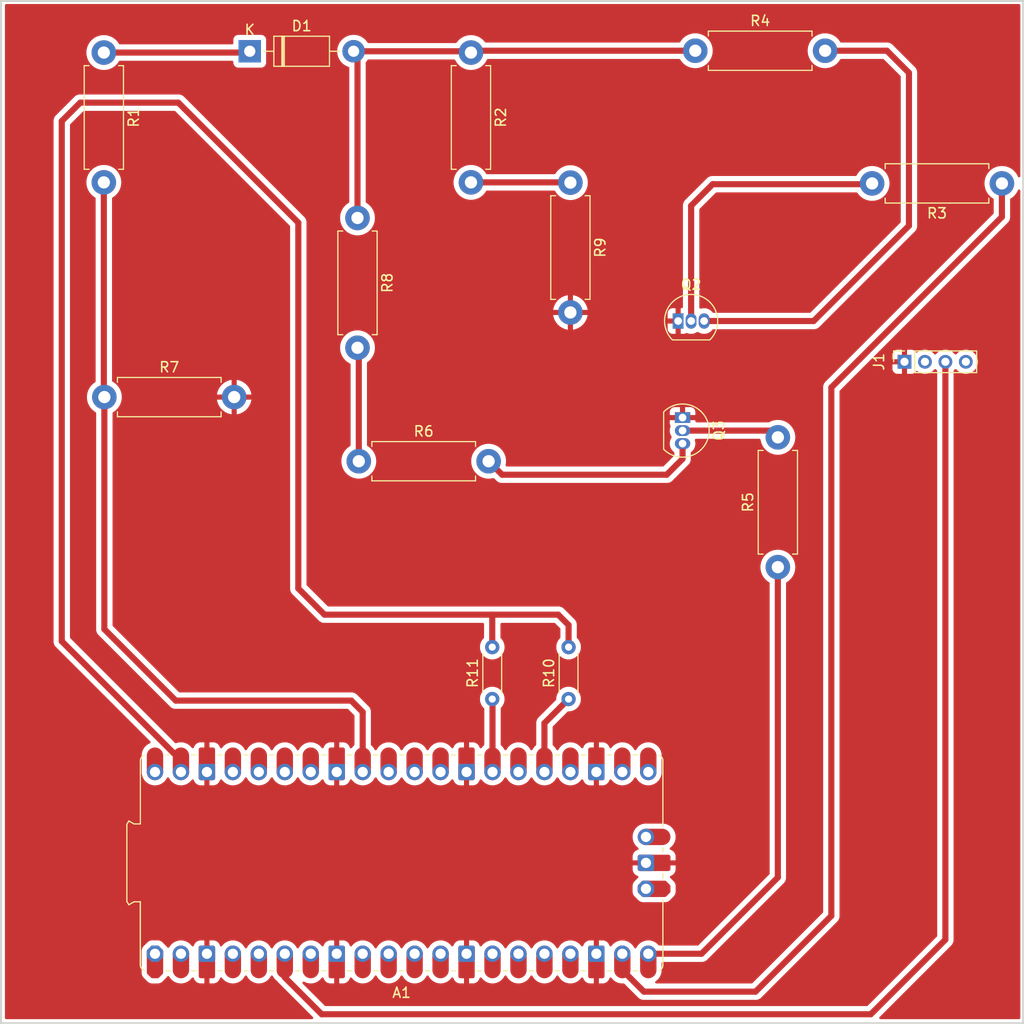
<source format=kicad_pcb>
(kicad_pcb (version 20221018) (generator pcbnew)
  (layers (0 "F.Cu" signal) (31 "B.Cu" signal) (34 "B.Paste" user) (35 "F.Paste" user) (36 "B.SilkS" user "B.Silkscreen") (37 "F.SilkS" user "F.Silkscreen") (38 "B.Mask" user) (39 "F.Mask" user) (44 "Edge.Cuts" user))
  (net 0 "")
  (net 1 "Net-(D1-K)")
  (net 2 "pilot_in_carg")
  (net 3 "GND")
  (net 4 "+3.3V")
  (net 5 "SDA")
  (net 6 "CLK")
  (net 7 "Net-(Q2-B)")
  (net 8 "Net-(Q2-C)")
  (net 9 "Net-(Q3-B)")
  (net 10 "Net-(Q3-C)")
  (net 11 "Net-(R2-Pad2)")
  (net 12 "Net-(R6-Pad1)")
  (net 17 "SCL")
  (net 23 "Net-(A1-GPIO21)")
  (net 25 "Net-(A1-GPIO19)")
  (net 26 "/micro/pwm1")
  (net 27 "/micro/pwm2")
  (net 35 "/micro/pilot_micro")
  (net 40 "+5V")
  (footprint "Resistor_THT:R_Axial_DIN0411_L9.9mm_D3.6mm_P12.70mm_Horizontal" (layer "F.Cu") (at 167.9194 54.864)
    (fp_text reference "R4" (at 6.35 -2.92) (layer "F.SilkS"))
    (fp_text value "330")
    (fp_line (start 1.28 -1.92) (end 11.42 -1.92) (stroke (width 0.12)) (layer "F.SilkS"))
    (fp_line (start 1.28 -1.44) (end 1.28 -1.92) (stroke (width 0.12)) (layer "F.SilkS"))
    (fp_line (start 1.28 1.44) (end 1.28 1.92) (stroke (width 0.12)) (layer "F.SilkS"))
    (fp_line (start 1.28 1.92) (end 11.42 1.92) (stroke (width 0.12)) (layer "F.SilkS"))
    (fp_line (start 11.42 -1.92) (end 11.42 -1.44) (stroke (width 0.12)) (layer "F.SilkS"))
    (fp_line (start 11.42 1.92) (end 11.42 1.44) (stroke (width 0.12)) (layer "F.SilkS"))
    (pad "1" thru_hole circle (at 0 0) (size 2.4 2.4) (drill 1.2) (layers "*.Cu" "*.Mask") (net 2 "pilot_in_carg"))
    (pad "2" thru_hole oval (at 12.7 0) (size 2.4 2.4) (drill 1.2) (layers "*.Cu" "*.Mask") (net 8 "Net-(Q2-C)"))
  )
  (footprint "Resistor_THT:R_Axial_DIN0411_L9.9mm_D3.6mm_P12.70mm_Horizontal" (layer "F.Cu") (at 135.001 95.0214)
    (fp_text reference "R6" (at 6.35 -2.92) (layer "F.SilkS"))
    (fp_text value "1.2k")
    (fp_line (start 1.28 -1.92) (end 11.42 -1.92) (stroke (width 0.12)) (layer "F.SilkS"))
    (fp_line (start 1.28 -1.44) (end 1.28 -1.92) (stroke (width 0.12)) (layer "F.SilkS"))
    (fp_line (start 1.28 1.44) (end 1.28 1.92) (stroke (width 0.12)) (layer "F.SilkS"))
    (fp_line (start 1.28 1.92) (end 11.42 1.92) (stroke (width 0.12)) (layer "F.SilkS"))
    (fp_line (start 11.42 -1.92) (end 11.42 -1.44) (stroke (width 0.12)) (layer "F.SilkS"))
    (fp_line (start 11.42 1.92) (end 11.42 1.44) (stroke (width 0.12)) (layer "F.SilkS"))
    (pad "1" thru_hole circle (at 0 0) (size 2.4 2.4) (drill 1.2) (layers "*.Cu" "*.Mask") (net 12 "Net-(R6-Pad1)"))
    (pad "2" thru_hole oval (at 12.7 0) (size 2.4 2.4) (drill 1.2) (layers "*.Cu" "*.Mask") (net 10 "Net-(Q3-C)"))
  )
  (footprint "Connector_PinSocket_2.00mm:PinSocket_1x04_P2.00mm_Vertical" (layer "F.Cu") (at 188.3862 85.2932 90)
    (fp_text reference "J1" (at 0 -2.5 90) (layer "F.SilkS"))
    (fp_text value "Conn_01x04_Pin")
    (fp_line (start -1.06 1) (end -1.06 7.06) (stroke (width 0.12)) (layer "F.SilkS"))
    (fp_line (start -1.06 1) (end 1.06 1) (stroke (width 0.12)) (layer "F.SilkS"))
    (fp_line (start -1.06 7.06) (end 1.06 7.06) (stroke (width 0.12)) (layer "F.SilkS"))
    (fp_line (start 0 -1.06) (end 1.06 -1.06) (stroke (width 0.12)) (layer "F.SilkS"))
    (fp_line (start 1.06 -1.06) (end 1.06 0) (stroke (width 0.12)) (layer "F.SilkS"))
    (fp_line (start 1.06 1) (end 1.06 7.06) (stroke (width 0.12)) (layer "F.SilkS"))
    (pad "1" thru_hole rect (at 0 0 90) (size 1.35 1.35) (drill 0.8) (layers "*.Cu" "*.Mask") (net 3 "GND"))
    (pad "2" thru_hole oval (at 0 2 90) (size 1.35 1.35) (drill 0.8) (layers "*.Cu" "*.Mask") (net 4 "+3.3V"))
    (pad "3" thru_hole oval (at 0 4 90) (size 1.35 1.35) (drill 0.8) (layers "*.Cu" "*.Mask") (net 5 "SDA"))
    (pad "4" thru_hole oval (at 0 6 90) (size 1.35 1.35) (drill 0.8) (layers "*.Cu" "*.Mask") (net 6 "CLK"))
  )
  (footprint "Resistor_THT:R_Axial_DIN0411_L9.9mm_D3.6mm_P12.70mm_Horizontal" (layer "F.Cu") (at 155.702 67.7672 -90)
    (fp_text reference "R9" (at 6.35 -2.92 -270) (layer "F.SilkS"))
    (fp_text value "39")
    (fp_line (start 1.28 -1.92) (end 11.42 -1.92) (stroke (width 0.12)) (layer "F.SilkS"))
    (fp_line (start 1.28 -1.44) (end 1.28 -1.92) (stroke (width 0.12)) (layer "F.SilkS"))
    (fp_line (start 1.28 1.44) (end 1.28 1.92) (stroke (width 0.12)) (layer "F.SilkS"))
    (fp_line (start 1.28 1.92) (end 11.42 1.92) (stroke (width 0.12)) (layer "F.SilkS"))
    (fp_line (start 11.42 -1.92) (end 11.42 -1.44) (stroke (width 0.12)) (layer "F.SilkS"))
    (fp_line (start 11.42 1.92) (end 11.42 1.44) (stroke (width 0.12)) (layer "F.SilkS"))
    (pad "1" thru_hole circle (at 0 0 270) (size 2.4 2.4) (drill 1.2) (layers "*.Cu" "*.Mask") (net 11 "Net-(R2-Pad2)"))
    (pad "2" thru_hole oval (at 12.7 0 270) (size 2.4 2.4) (drill 1.2) (layers "*.Cu" "*.Mask") (net 3 "GND"))
  )
  (footprint "Resistor_THT:R_Axial_DIN0411_L9.9mm_D3.6mm_P12.70mm_Horizontal" (layer "F.Cu") (at 110.0582 55.0418 -90)
    (fp_text reference "R1" (at 6.35 -2.92 90) (layer "F.SilkS"))
    (fp_text value "90k")
    (fp_line (start 1.28 -1.92) (end 11.42 -1.92) (stroke (width 0.12)) (layer "F.SilkS"))
    (fp_line (start 1.28 -1.44) (end 1.28 -1.92) (stroke (width 0.12)) (layer "F.SilkS"))
    (fp_line (start 1.28 1.44) (end 1.28 1.92) (stroke (width 0.12)) (layer "F.SilkS"))
    (fp_line (start 1.28 1.92) (end 11.42 1.92) (stroke (width 0.12)) (layer "F.SilkS"))
    (fp_line (start 11.42 -1.92) (end 11.42 -1.44) (stroke (width 0.12)) (layer "F.SilkS"))
    (fp_line (start 11.42 1.92) (end 11.42 1.44) (stroke (width 0.12)) (layer "F.SilkS"))
    (pad "1" thru_hole circle (at 0 0 270) (size 2.4 2.4) (drill 1.2) (layers "*.Cu" "*.Mask") (net 1 "Net-(D1-K)"))
    (pad "2" thru_hole oval (at 12.7 0 270) (size 2.4 2.4) (drill 1.2) (layers "*.Cu" "*.Mask") (net 35 "/micro/pilot_micro"))
  )
  (footprint "Diode_THT:D_DO-41_SOD81_P10.16mm_Horizontal" (layer "F.Cu") (at 124.333 54.9148)
    (fp_text reference "D1" (at 5.08 -2.47) (layer "F.SilkS"))
    (fp_text value "1N4004")
    (fp_text user "K" (at 0 -2.1) (layer "F.SilkS"))
    (fp_line (start 1.34 0) (end 2.36 0) (stroke (width 0.12)) (layer "F.SilkS"))
    (fp_line (start 2.36 -1.47) (end 2.36 1.47) (stroke (width 0.12)) (layer "F.SilkS"))
    (fp_line (start 2.36 1.47) (end 7.8 1.47) (stroke (width 0.12)) (layer "F.SilkS"))
    (fp_line (start 3.14 -1.47) (end 3.14 1.47) (stroke (width 0.12)) (layer "F.SilkS"))
    (fp_line (start 3.26 -1.47) (end 3.26 1.47) (stroke (width 0.12)) (layer "F.SilkS"))
    (fp_line (start 3.38 -1.47) (end 3.38 1.47) (stroke (width 0.12)) (layer "F.SilkS"))
    (fp_line (start 7.8 -1.47) (end 2.36 -1.47) (stroke (width 0.12)) (layer "F.SilkS"))
    (fp_line (start 7.8 1.47) (end 7.8 -1.47) (stroke (width 0.12)) (layer "F.SilkS"))
    (fp_line (start 8.82 0) (end 7.8 0) (stroke (width 0.12)) (layer "F.SilkS"))
    (pad "1" thru_hole rect (at 0 0) (size 2.2 2.2) (drill 1.1) (layers "*.Cu" "*.Mask") (net 1 "Net-(D1-K)"))
    (pad "2" thru_hole oval (at 10.16 0) (size 2.2 2.2) (drill 1.1) (layers "*.Cu" "*.Mask") (net 2 "pilot_in_carg"))
  )
  (footprint "Resistor_THT:R_Axial_DIN0411_L9.9mm_D3.6mm_P12.70mm_Horizontal" (layer "F.Cu") (at 110.109 88.7476)
    (fp_text reference "R7" (at 6.35 -2.92) (layer "F.SilkS"))
    (fp_text value "10k")
    (fp_line (start 1.28 -1.92) (end 11.42 -1.92) (stroke (width 0.12)) (layer "F.SilkS"))
    (fp_line (start 1.28 -1.44) (end 1.28 -1.92) (stroke (width 0.12)) (layer "F.SilkS"))
    (fp_line (start 1.28 1.44) (end 1.28 1.92) (stroke (width 0.12)) (layer "F.SilkS"))
    (fp_line (start 1.28 1.92) (end 11.42 1.92) (stroke (width 0.12)) (layer "F.SilkS"))
    (fp_line (start 11.42 -1.92) (end 11.42 -1.44) (stroke (width 0.12)) (layer "F.SilkS"))
    (fp_line (start 11.42 1.92) (end 11.42 1.44) (stroke (width 0.12)) (layer "F.SilkS"))
    (pad "1" thru_hole circle (at 0 0) (size 2.4 2.4) (drill 1.2) (layers "*.Cu" "*.Mask") (net 35 "/micro/pilot_micro"))
    (pad "2" thru_hole oval (at 12.7 0) (size 2.4 2.4) (drill 1.2) (layers "*.Cu" "*.Mask") (net 3 "GND"))
  )
  (footprint "Package_TO_SOT_THT:TO-92_Inline" (layer "F.Cu") (at 166.243 81.3054)
    (fp_text reference "Q2" (at 1.27 -3.56) (layer "F.SilkS"))
    (fp_text value "2N2222")
    (fp_line (start -0.53 1.85) (end 3.07 1.85) (stroke (width 0.12)) (layer "F.SilkS"))
    (fp_arc (start -0.568478 1.838478) (mid -1.132087 -0.994977) (end 1.27 -2.6) (stroke (width 0.12)) (layer "F.SilkS"))
    (fp_arc (start 1.27 -2.6) (mid 3.672087 -0.994977) (end 3.108478 1.838478) (stroke (width 0.12)) (layer "F.SilkS"))
    (pad "1" thru_hole rect (at 0 0) (size 1.05 1.5) (drill 0.75) (layers "*.Cu" "*.Mask") (net 3 "GND"))
    (pad "2" thru_hole oval (at 1.27 0) (size 1.05 1.5) (drill 0.75) (layers "*.Cu" "*.Mask") (net 7 "Net-(Q2-B)"))
    (pad "3" thru_hole oval (at 2.54 0) (size 1.05 1.5) (drill 0.75) (layers "*.Cu" "*.Mask") (net 8 "Net-(Q2-C)"))
  )
  (footprint "Resistor_THT:R_Axial_DIN0204_L3.6mm_D1.6mm_P5.08mm_Horizontal" (layer "F.Cu") (at 148.0566 118.2878 90)
    (fp_text reference "R11" (at 2.54 -1.92 90) (layer "F.SilkS"))
    (fp_text value "R")
    (fp_line (start 0.62 -0.92) (end 4.46 -0.92) (stroke (width 0.12)) (layer "F.SilkS"))
    (fp_line (start 0.62 0.92) (end 4.46 0.92) (stroke (width 0.12)) (layer "F.SilkS"))
    (pad "1" thru_hole circle (at 0 0 90) (size 1.4 1.4) (drill 0.7) (layers "*.Cu" "*.Mask") (net 23 "Net-(A1-GPIO21)"))
    (pad "2" thru_hole oval (at 5.08 0 90) (size 1.4 1.4) (drill 0.7) (layers "*.Cu" "*.Mask") (net 40 "+5V"))
  )
  (footprint "Resistor_THT:R_Axial_DIN0411_L9.9mm_D3.6mm_P12.70mm_Horizontal" (layer "F.Cu") (at 134.874 71.2216 -90)
    (fp_text reference "R8" (at 6.35 -2.92 90) (layer "F.SilkS"))
    (fp_text value "100")
    (fp_line (start 1.28 -1.92) (end 11.42 -1.92) (stroke (width 0.12)) (layer "F.SilkS"))
    (fp_line (start 1.28 -1.44) (end 1.28 -1.92) (stroke (width 0.12)) (layer "F.SilkS"))
    (fp_line (start 1.28 1.44) (end 1.28 1.92) (stroke (width 0.12)) (layer "F.SilkS"))
    (fp_line (start 1.28 1.92) (end 11.42 1.92) (stroke (width 0.12)) (layer "F.SilkS"))
    (fp_line (start 11.42 -1.92) (end 11.42 -1.44) (stroke (width 0.12)) (layer "F.SilkS"))
    (fp_line (start 11.42 1.92) (end 11.42 1.44) (stroke (width 0.12)) (layer "F.SilkS"))
    (pad "1" thru_hole circle (at 0 0 270) (size 2.4 2.4) (drill 1.2) (layers "*.Cu" "*.Mask") (net 2 "pilot_in_carg"))
    (pad "2" thru_hole oval (at 12.7 0 270) (size 2.4 2.4) (drill 1.2) (layers "*.Cu" "*.Mask") (net 12 "Net-(R6-Pad1)"))
  )
  (footprint "Resistor_THT:R_Axial_DIN0204_L3.6mm_D1.6mm_P5.08mm_Horizontal" (layer "F.Cu") (at 155.5242 118.2878 90)
    (fp_text reference "R10" (at 2.54 -1.92 90) (layer "F.SilkS"))
    (fp_text value "R")
    (fp_line (start 0.62 -0.92) (end 4.46 -0.92) (stroke (width 0.12)) (layer "F.SilkS"))
    (fp_line (start 0.62 0.92) (end 4.46 0.92) (stroke (width 0.12)) (layer "F.SilkS"))
    (pad "1" thru_hole circle (at 0 0 90) (size 1.4 1.4) (drill 0.7) (layers "*.Cu" "*.Mask") (net 25 "Net-(A1-GPIO19)"))
    (pad "2" thru_hole oval (at 5.08 0 90) (size 1.4 1.4) (drill 0.7) (layers "*.Cu" "*.Mask") (net 40 "+5V"))
  )
  (footprint "Resistor_THT:R_Axial_DIN0411_L9.9mm_D3.6mm_P12.70mm_Horizontal" (layer "F.Cu") (at 197.9168 67.8434 180)
    (fp_text reference "R3" (at 6.35 -2.92) (layer "F.SilkS"))
    (fp_text value "1k")
    (fp_line (start 1.28 -1.92) (end 11.42 -1.92) (stroke (width 0.12)) (layer "F.SilkS"))
    (fp_line (start 1.28 -1.44) (end 1.28 -1.92) (stroke (width 0.12)) (layer "F.SilkS"))
    (fp_line (start 1.28 1.44) (end 1.28 1.92) (stroke (width 0.12)) (layer "F.SilkS"))
    (fp_line (start 1.28 1.92) (end 11.42 1.92) (stroke (width 0.12)) (layer "F.SilkS"))
    (fp_line (start 11.42 -1.92) (end 11.42 -1.44) (stroke (width 0.12)) (layer "F.SilkS"))
    (fp_line (start 11.42 1.92) (end 11.42 1.44) (stroke (width 0.12)) (layer "F.SilkS"))
    (pad "1" thru_hole circle (at 0 0 180) (size 2.4 2.4) (drill 1.2) (layers "*.Cu" "*.Mask") (net 26 "/micro/pwm1"))
    (pad "2" thru_hole oval (at 12.7 0 180) (size 2.4 2.4) (drill 1.2) (layers "*.Cu" "*.Mask") (net 7 "Net-(Q2-B)"))
  )
  (footprint "Resistor_THT:R_Axial_DIN0411_L9.9mm_D3.6mm_P12.70mm_Horizontal" (layer "F.Cu") (at 175.9966 105.3846 90)
    (fp_text reference "R5" (at 6.35 -2.92 90) (layer "F.SilkS"))
    (fp_text value "1k")
    (fp_line (start 1.28 -1.92) (end 11.42 -1.92) (stroke (width 0.12)) (layer "F.SilkS"))
    (fp_line (start 1.28 -1.44) (end 1.28 -1.92) (stroke (width 0.12)) (layer "F.SilkS"))
    (fp_line (start 1.28 1.44) (end 1.28 1.92) (stroke (width 0.12)) (layer "F.SilkS"))
    (fp_line (start 1.28 1.92) (end 11.42 1.92) (stroke (width 0.12)) (layer "F.SilkS"))
    (fp_line (start 11.42 -1.92) (end 11.42 -1.44) (stroke (width 0.12)) (layer "F.SilkS"))
    (fp_line (start 11.42 1.92) (end 11.42 1.44) (stroke (width 0.12)) (layer "F.SilkS"))
    (pad "1" thru_hole circle (at 0 0 90) (size 2.4 2.4) (drill 1.2) (layers "*.Cu" "*.Mask") (net 27 "/micro/pwm2"))
    (pad "2" thru_hole oval (at 12.7 0 90) (size 2.4 2.4) (drill 1.2) (layers "*.Cu" "*.Mask") (net 9 "Net-(Q3-B)"))
  )
  (footprint "Package_TO_SOT_THT:TO-92_Inline" (layer "F.Cu") (at 166.6748 90.7542 -90)
    (fp_text reference "Q3" (at 1.27 -3.56 90) (layer "F.SilkS"))
    (fp_text value "2N2222")
    (fp_line (start -0.53 1.85) (end 3.07 1.85) (stroke (width 0.12)) (layer "F.SilkS"))
    (fp_arc (start -0.568478 1.838478) (mid -1.132087 -0.994977) (end 1.27 -2.6) (stroke (width 0.12)) (layer "F.SilkS"))
    (fp_arc (start 1.27 -2.6) (mid 3.672087 -0.994977) (end 3.108478 1.838478) (stroke (width 0.12)) (layer "F.SilkS"))
    (pad "1" thru_hole rect (at 0 0 270) (size 1.05 1.5) (drill 0.75) (layers "*.Cu" "*.Mask") (net 3 "GND"))
    (pad "2" thru_hole oval (at 1.27 0 270) (size 1.05 1.5) (drill 0.75) (layers "*.Cu" "*.Mask") (net 9 "Net-(Q3-B)"))
    (pad "3" thru_hole oval (at 2.54 0 270) (size 1.05 1.5) (drill 0.75) (layers "*.Cu" "*.Mask") (net 10 "Net-(Q3-C)"))
  )
  (footprint "Resistor_THT:R_Axial_DIN0411_L9.9mm_D3.6mm_P12.70mm_Horizontal" (layer "F.Cu") (at 145.9738 55.0418 -90)
    (fp_text reference "R2" (at 6.35 -2.92 90) (layer "F.SilkS"))
    (fp_text value "2.7k")
    (fp_line (start 1.28 -1.92) (end 11.42 -1.92) (stroke (width 0.12)) (layer "F.SilkS"))
    (fp_line (start 1.28 -1.44) (end 1.28 -1.92) (stroke (width 0.12)) (layer "F.SilkS"))
    (fp_line (start 1.28 1.44) (end 1.28 1.92) (stroke (width 0.12)) (layer "F.SilkS"))
    (fp_line (start 1.28 1.92) (end 11.42 1.92) (stroke (width 0.12)) (layer "F.SilkS"))
    (fp_line (start 11.42 -1.92) (end 11.42 -1.44) (stroke (width 0.12)) (layer "F.SilkS"))
    (fp_line (start 11.42 1.92) (end 11.42 1.44) (stroke (width 0.12)) (layer "F.SilkS"))
    (pad "1" thru_hole circle (at 0 0 270) (size 2.4 2.4) (drill 1.2) (layers "*.Cu" "*.Mask") (net 2 "pilot_in_carg"))
    (pad "2" thru_hole oval (at 12.7 0 270) (size 2.4 2.4) (drill 1.2) (layers "*.Cu" "*.Mask") (net 11 "Net-(R2-Pad2)"))
  )
  (footprint "ModulePico:Raspberry_Pi_Pico_SMT_THT" (layer "F.Cu") (at 115.062 143.205 90)
    (fp_text reference "A1" (at -3.81 24.13) (layer "F.SilkS"))
    (fp_text value "RaspberryPi-Pico")
    (fp_line (start -1.67 1.06) (end -1.67 1.48) (stroke (width 0.12)) (layer "F.SilkS"))
    (fp_line (start -1.67 3.6) (end -1.67 4.02) (stroke (width 0.12)) (layer "F.SilkS"))
    (fp_line (start -1.67 6.14) (end -1.67 6.56) (stroke (width 0.12)) (layer "F.SilkS"))
    (fp_line (start -1.67 8.68) (end -1.67 9.1) (stroke (width 0.12)) (layer "F.SilkS"))
    (fp_line (start -1.67 11.22) (end -1.67 11.64) (stroke (width 0.12)) (layer "F.SilkS"))
    (fp_line (start -1.67 13.76) (end -1.67 14.18) (stroke (width 0.12)) (layer "F.SilkS"))
    (fp_line (start -1.67 16.3) (end -1.67 16.72) (stroke (width 0.12)) (layer "F.SilkS"))
    (fp_line (start -1.67 18.84) (end -1.67 19.26) (stroke (width 0.12)) (layer "F.SilkS"))
    (fp_line (start -1.67 21.38) (end -1.67 21.8) (stroke (width 0.12)) (layer "F.SilkS"))
    (fp_line (start -1.67 23.92) (end -1.67 24.34) (stroke (width 0.12)) (layer "F.SilkS"))
    (fp_line (start -1.67 26.46) (end -1.67 26.88) (stroke (width 0.12)) (layer "F.SilkS"))
    (fp_line (start -1.67 29) (end -1.67 29.42) (stroke (width 0.12)) (layer "F.SilkS"))
    (fp_line (start -1.67 31.54) (end -1.67 31.96) (stroke (width 0.12)) (layer "F.SilkS"))
    (fp_line (start -1.67 34.08) (end -1.67 34.5) (stroke (width 0.12)) (layer "F.SilkS"))
    (fp_line (start -1.67 36.62) (end -1.67 37.04) (stroke (width 0.12)) (layer "F.SilkS"))
    (fp_line (start -1.67 39.16) (end -1.67 39.58) (stroke (width 0.12)) (layer "F.SilkS"))
    (fp_line (start -1.67 41.7) (end -1.67 42.12) (stroke (width 0.12)) (layer "F.SilkS"))
    (fp_line (start -1.67 44.24) (end -1.67 44.66) (stroke (width 0.12)) (layer "F.SilkS"))
    (fp_line (start -1.67 46.78) (end -1.67 47.2) (stroke (width 0.12)) (layer "F.SilkS"))
    (fp_line (start -1.11 -1.43) (end 5.08 -1.43) (stroke (width 0.12)) (layer "F.SilkS"))
    (fp_line (start -1.11 49.69) (end 5.29 49.69) (stroke (width 0.12)) (layer "F.SilkS"))
    (fp_line (start 4.79 -2.56) (end 5.12 -2.75) (stroke (width 0.12)) (layer "F.SilkS"))
    (fp_line (start 5.08 -2.06) (end 4.79 -2.56) (stroke (width 0.12)) (layer "F.SilkS"))
    (fp_line (start 5.08 -1.43) (end -1.11 -1.43) (stroke (width 0.12)) (layer "F.SilkS"))
    (fp_line (start 5.08 -1.43) (end 5.08 -2.06) (stroke (width 0.12)) (layer "F.SilkS"))
    (fp_line (start 5.12 -2.75) (end 12.66 -2.75) (stroke (width 0.12)) (layer "F.SilkS"))
    (fp_line (start 7.41 49.69) (end 7.83 49.69) (stroke (width 0.12)) (layer "F.SilkS"))
    (fp_line (start 9.95 49.69) (end 10.37 49.69) (stroke (width 0.12)) (layer "F.SilkS"))
    (fp_line (start 12.49 49.69) (end 18.89 49.69) (stroke (width 0.12)) (layer "F.SilkS"))
    (fp_line (start 12.66 -2.75) (end 12.99 -2.56) (stroke (width 0.12)) (layer "F.SilkS"))
    (fp_line (start 12.7 -2.06) (end 12.7 -1.43) (stroke (width 0.12)) (layer "F.SilkS"))
    (fp_line (start 12.99 -2.56) (end 12.7 -2.06) (stroke (width 0.12)) (layer "F.SilkS"))
    (fp_line (start 18.89 -1.43) (end 12.7 -1.43) (stroke (width 0.12)) (layer "F.SilkS"))
    (fp_line (start 19.45 1.06) (end 19.45 1.48) (stroke (width 0.12)) (layer "F.SilkS"))
    (fp_line (start 19.45 3.6) (end 19.45 4.02) (stroke (width 0.12)) (layer "F.SilkS"))
    (fp_line (start 19.45 6.14) (end 19.45 6.56) (stroke (width 0.12)) (layer "F.SilkS"))
    (fp_line (start 19.45 8.68) (end 19.45 9.1) (stroke (width 0.12)) (layer "F.SilkS"))
    (fp_line (start 19.45 11.22) (end 19.45 11.64) (stroke (width 0.12)) (layer "F.SilkS"))
    (fp_line (start 19.45 13.76) (end 19.45 14.18) (stroke (width 0.12)) (layer "F.SilkS"))
    (fp_line (start 19.45 16.3) (end 19.45 16.72) (stroke (width 0.12)) (layer "F.SilkS"))
    (fp_line (start 19.45 18.84) (end 19.45 19.26) (stroke (width 0.12)) (layer "F.SilkS"))
    (fp_line (start 19.45 21.38) (end 19.45 21.8) (stroke (width 0.12)) (layer "F.SilkS"))
    (fp_line (start 19.45 23.92) (end 19.45 24.34) (stroke (width 0.12)) (layer "F.SilkS"))
    (fp_line (start 19.45 26.46) (end 19.45 26.88) (stroke (width 0.12)) (layer "F.SilkS"))
    (fp_line (start 19.45 29) (end 19.45 29.42) (stroke (width 0.12)) (layer "F.SilkS"))
    (fp_line (start 19.45 31.54) (end 19.45 31.96) (stroke (width 0.12)) (layer "F.SilkS"))
    (fp_line (start 19.45 34.08) (end 19.45 34.5) (stroke (width 0.12)) (layer "F.SilkS"))
    (fp_line (start 19.45 36.62) (end 19.45 37.04) (stroke (width 0.12)) (layer "F.SilkS"))
    (fp_line (start 19.45 39.16) (end 19.45 39.58) (stroke (width 0.12)) (layer "F.SilkS"))
    (fp_line (start 19.45 41.7) (end 19.45 42.12) (stroke (width 0.12)) (layer "F.SilkS"))
    (fp_line (start 19.45 44.24) (end 19.45 44.66) (stroke (width 0.12)) (layer "F.SilkS"))
    (fp_line (start 19.45 46.78) (end 19.45 47.2) (stroke (width 0.12)) (layer "F.SilkS"))
    (fp_arc (start -1.64 -1.06) (mid -1.433508 -1.328808) (end -1.11 -1.43) (stroke (width 0.12)) (layer "F.SilkS"))
    (fp_arc (start -1.11 49.69) (mid -1.433508 49.588809) (end -1.64 49.32) (stroke (width 0.12)) (layer "F.SilkS"))
    (fp_arc (start 18.89 -1.43) (mid 19.213484 -1.328785) (end 19.42 -1.06) (stroke (width 0.12)) (layer "F.SilkS"))
    (fp_arc (start 19.42 49.32) (mid 19.213496 49.58881) (end 18.89 49.69) (stroke (width 0.12)) (layer "F.SilkS"))
    (pad "1" smd custom (at -1.6 0 90) (size 1.6 1.6) (layers "F.Cu" "F.Mask") (options (clearance convexhull) (anchor circle)) (primitives (gr_poly (pts (xy 2.2 0.248529) (xy 1.848529 0.6) (xy -0.248529 0.6) (xy -0.6 0.248529) (xy -0.6 -0.248529) (xy -0.248529 -0.6) (xy 1.848529 -0.6) (xy 2.2 -0.248529)) (width 0.4) (fill yes))))
    (pad "1" thru_hole custom (at 0 0 90) (size 1.6 1.6) (drill 1) (layers "*.Cu" "*.Mask") (options (clearance convexhull) (anchor circle)) (primitives (gr_poly (pts (xy 0.6 0.248529) (xy 0.248529 0.6) (xy -0.248529 0.6) (xy -0.6 0.248529) (xy -0.6 -0.248529) (xy -0.248529 -0.6) (xy 0.248529 -0.6) (xy 0.6 -0.248529)) (width 0.4) (fill yes))))
    (pad "2" smd oval (at -1.6 2.54 90) (size 3.2 1.6) (drill (offset 0.8 0)) (layers "F.Cu" "F.Mask"))
    (pad "2" thru_hole circle (at 0 2.54 90) (size 1.6 1.6) (drill 1) (layers "*.Cu" "*.Mask"))
    (pad "3" smd roundrect (at -1.6 5.08 90) (size 3.2 1.6) (drill (offset 0.8 0)) (layers "F.Cu" "F.Mask") (roundrect_rratio 0.125) (net 3 "GND"))
    (pad "3" thru_hole roundrect (at 0 5.08 90) (size 1.6 1.6) (drill 1) (layers "*.Cu" "*.Mask") (roundrect_rratio 0.125) (net 3 "GND"))
    (pad "4" smd oval (at -1.6 7.62 90) (size 3.2 1.6) (drill (offset 0.8 0)) (layers "F.Cu" "F.Mask"))
    (pad "4" thru_hole circle (at 0 7.62 90) (size 1.6 1.6) (drill 1) (layers "*.Cu" "*.Mask"))
    (pad "5" smd oval (at -1.6 10.16 90) (size 3.2 1.6) (drill (offset 0.8 0)) (layers "F.Cu" "F.Mask"))
    (pad "5" thru_hole circle (at 0 10.16 90) (size 1.6 1.6) (drill 1) (layers "*.Cu" "*.Mask"))
    (pad "6" smd oval (at -1.6 12.7 90) (size 3.2 1.6) (drill (offset 0.8 0)) (layers "F.Cu" "F.Mask") (net 5 "SDA"))
    (pad "6" thru_hole circle (at 0 12.7 90) (size 1.6 1.6) (drill 1) (layers "*.Cu" "*.Mask") (net 5 "SDA"))
    (pad "7" smd oval (at -1.6 15.24 90) (size 3.2 1.6) (drill (offset 0.8 0)) (layers "F.Cu" "F.Mask") (net 17 "SCL"))
    (pad "7" thru_hole circle (at 0 15.24 90) (size 1.6 1.6) (drill 1) (layers "*.Cu" "*.Mask") (net 17 "SCL"))
    (pad "8" smd roundrect (at -1.6 17.78 90) (size 3.2 1.6) (drill (offset 0.8 0)) (layers "F.Cu" "F.Mask") (roundrect_rratio 0.125) (net 3 "GND"))
    (pad "8" thru_hole roundrect (at 0 17.78 90) (size 1.6 1.6) (drill 1) (layers "*.Cu" "*.Mask") (roundrect_rratio 0.125) (net 3 "GND"))
    (pad "9" smd oval (at -1.6 20.32 90) (size 3.2 1.6) (drill (offset 0.8 0)) (layers "F.Cu" "F.Mask"))
    (pad "9" thru_hole circle (at 0 20.32 90) (size 1.6 1.6) (drill 1) (layers "*.Cu" "*.Mask"))
    (pad "10" smd oval (at -1.6 22.86 90) (size 3.2 1.6) (drill (offset 0.8 0)) (layers "F.Cu" "F.Mask"))
    (pad "10" thru_hole circle (at 0 22.86 90) (size 1.6 1.6) (drill 1) (layers "*.Cu" "*.Mask"))
    (pad "11" smd oval (at -1.6 25.4 90) (size 3.2 1.6) (drill (offset 0.8 0)) (layers "F.Cu" "F.Mask"))
    (pad "11" thru_hole circle (at 0 25.4 90) (size 1.6 1.6) (drill 1) (layers "*.Cu" "*.Mask"))
    (pad "12" smd oval (at -1.6 27.94 90) (size 3.2 1.6) (drill (offset 0.8 0)) (layers "F.Cu" "F.Mask"))
    (pad "12" thru_hole circle (at 0 27.94 90) (size 1.6 1.6) (drill 1) (layers "*.Cu" "*.Mask"))
    (pad "13" smd roundrect (at -1.6 30.48 90) (size 3.2 1.6) (drill (offset 0.8 0)) (layers "F.Cu" "F.Mask") (roundrect_rratio 0.125) (net 3 "GND"))
    (pad "13" thru_hole roundrect (at 0 30.48 90) (size 1.6 1.6) (drill 1) (layers "*.Cu" "*.Mask") (roundrect_rratio 0.125) (net 3 "GND"))
    (pad "14" smd oval (at -1.6 33.02 90) (size 3.2 1.6) (drill (offset 0.8 0)) (layers "F.Cu" "F.Mask"))
    (pad "14" thru_hole circle (at 0 33.02 90) (size 1.6 1.6) (drill 1) (layers "*.Cu" "*.Mask"))
    (pad "15" smd oval (at -1.6 35.56 90) (size 3.2 1.6) (drill (offset 0.8 0)) (layers "F.Cu" "F.Mask"))
    (pad "15" thru_hole circle (at 0 35.56 90) (size 1.6 1.6) (drill 1) (layers "*.Cu" "*.Mask"))
    (pad "16" smd oval (at -1.6 38.1 90) (size 3.2 1.6) (drill (offset 0.8 0)) (layers "F.Cu" "F.Mask"))
    (pad "16" thru_hole circle (at 0 38.1 90) (size 1.6 1.6) (drill 1) (layers "*.Cu" "*.Mask"))
    (pad "17" smd oval (at -1.6 40.64 90) (size 3.2 1.6) (drill (offset 0.8 0)) (layers "F.Cu" "F.Mask"))
    (pad "17" thru_hole circle (at 0 40.64 90) (size 1.6 1.6) (drill 1) (layers "*.Cu" "*.Mask"))
    (pad "18" smd roundrect (at -1.6 43.18 90) (size 3.2 1.6) (drill (offset 0.8 0)) (layers "F.Cu" "F.Mask") (roundrect_rratio 0.125) (net 3 "GND"))
    (pad "18" thru_hole roundrect (at 0 43.18 90) (size 1.6 1.6) (drill 1) (layers "*.Cu" "*.Mask") (roundrect_rratio 0.125) (net 3 "GND"))
    (pad "19" smd oval (at -1.6 45.72 90) (size 3.2 1.6) (drill (offset 0.8 0)) (layers "F.Cu" "F.Mask") (net 26 "/micro/pwm1"))
    (pad "19" thru_hole circle (at 0 45.72 90) (size 1.6 1.6) (drill 1) (layers "*.Cu" "*.Mask") (net 26 "/micro/pwm1"))
    (pad "20" smd oval (at -1.6 48.26 90) (size 3.2 1.6) (drill (offset 0.8 0)) (layers "F.Cu" "F.Mask") (net 27 "/micro/pwm2"))
    (pad "20" thru_hole circle (at 0 48.26 90) (size 1.6 1.6) (drill 1) (layers "*.Cu" "*.Mask") (net 27 "/micro/pwm2"))
    (pad "21" thru_hole circle (at 17.78 48.26 90) (size 1.6 1.6) (drill 1) (layers "*.Cu" "*.Mask"))
    (pad "21" smd oval (at 19.38 48.26 90) (size 3.2 1.6) (drill (offset -0.8 0)) (layers "F.Cu" "F.Mask"))
    (pad "22" thru_hole circle (at 17.78 45.72 90) (size 1.6 1.6) (drill 1) (layers "*.Cu" "*.Mask"))
    (pad "22" smd oval (at 19.38 45.72 90) (size 3.2 1.6) (drill (offset -0.8 0)) (layers "F.Cu" "F.Mask"))
    (pad "23" thru_hole roundrect (at 17.78 43.18 90) (size 1.6 1.6) (drill 1) (layers "*.Cu" "*.Mask") (roundrect_rratio 0.125) (net 3 "GND"))
    (pad "23" smd roundrect (at 19.38 43.18 90) (size 3.2 1.6) (drill (offset -0.8 0)) (layers "F.Cu" "F.Mask") (roundrect_rratio 0.125) (net 3 "GND"))
    (pad "24" thru_hole circle (at 17.78 40.64 90) (size 1.6 1.6) (drill 1) (layers "*.Cu" "*.Mask"))
    (pad "24" smd oval (at 19.38 40.64 90) (size 3.2 1.6) (drill (offset -0.8 0)) (layers "F.Cu" "F.Mask"))
    (pad "25" thru_hole circle (at 17.78 38.1 90) (size 1.6 1.6) (drill 1) (layers "*.Cu" "*.Mask") (net 25 "Net-(A1-GPIO19)"))
    (pad "25" smd oval (at 19.38 38.1 90) (size 3.2 1.6) (drill (offset -0.8 0)) (layers "F.Cu" "F.Mask") (net 25 "Net-(A1-GPIO19)"))
    (pad "26" thru_hole circle (at 17.78 35.56 90) (size 1.6 1.6) (drill 1) (layers "*.Cu" "*.Mask"))
    (pad "26" smd oval (at 19.38 35.56 90) (size 3.2 1.6) (drill (offset -0.8 0)) (layers "F.Cu" "F.Mask"))
    (pad "27" thru_hole circle (at 17.78 33.02 90) (size 1.6 1.6) (drill 1) (layers "*.Cu" "*.Mask") (net 23 "Net-(A1-GPIO21)"))
    (pad "27" smd oval (at 19.38 33.02 90) (size 3.2 1.6) (drill (offset -0.8 0)) (layers "F.Cu" "F.Mask") (net 23 "Net-(A1-GPIO21)"))
    (pad "28" thru_hole roundrect (at 17.78 30.48 90) (size 1.6 1.6) (drill 1) (layers "*.Cu" "*.Mask") (roundrect_rratio 0.125) (net 3 "GND"))
    (pad "28" smd roundrect (at 19.38 30.48 90) (size 3.2 1.6) (drill (offset -0.8 0)) (layers "F.Cu" "F.Mask") (roundrect_rratio 0.125) (net 3 "GND"))
    (pad "29" thru_hole circle (at 17.78 27.94 90) (size 1.6 1.6) (drill 1) (layers "*.Cu" "*.Mask"))
    (pad "29" smd oval (at 19.38 27.94 90) (size 3.2 1.6) (drill (offset -0.8 0)) (layers "F.Cu" "F.Mask"))
    (pad "30" thru_hole circle (at 17.78 25.4 90) (size 1.6 1.6) (drill 1) (layers "*.Cu" "*.Mask"))
    (pad "30" smd oval (at 19.38 25.4 90) (size 3.2 1.6) (drill (offset -0.8 0)) (layers "F.Cu" "F.Mask"))
    (pad "31" thru_hole circle (at 17.78 22.86 90) (size 1.6 1.6) (drill 1) (layers "*.Cu" "*.Mask"))
    (pad "31" smd oval (at 19.38 22.86 90) (size 3.2 1.6) (drill (offset -0.8 0)) (layers "F.Cu" "F.Mask"))
    (pad "32" thru_hole circle (at 17.78 20.32 90) (size 1.6 1.6) (drill 1) (layers "*.Cu" "*.Mask") (net 35 "/micro/pilot_micro"))
    (pad "32" smd oval (at 19.38 20.32 90) (size 3.2 1.6) (drill (offset -0.8 0)) (layers "F.Cu" "F.Mask") (net 35 "/micro/pilot_micro"))
    (pad "33" thru_hole roundrect (at 17.78 17.78 90) (size 1.6 1.6) (drill 1) (layers "*.Cu" "*.Mask") (roundrect_rratio 0.125) (net 3 "GND"))
    (pad "33" smd roundrect (at 19.38 17.78 90) (size 3.2 1.6) (drill (offset -0.8 0)) (layers "F.Cu" "F.Mask") (roundrect_rratio 0.125) (net 3 "GND"))
    (pad "34" thru_hole circle (at 17.78 15.24 90) (size 1.6 1.6) (drill 1) (layers "*.Cu" "*.Mask"))
    (pad "34" smd oval (at 19.38 15.24 90) (size 3.2 1.6) (drill (offset -0.8 0)) (layers "F.Cu" "F.Mask"))
    (pad "35" thru_hole circle (at 17.78 12.7 90) (size 1.6 1.6) (drill 1) (layers "*.Cu" "*.Mask"))
    (pad "35" smd oval (at 19.38 12.7 90) (size 3.2 1.6) (drill (offset -0.8 0)) (layers "F.Cu" "F.Mask"))
    (pad "36" thru_hole circle (at 17.78 10.16 90) (size 1.6 1.6) (drill 1) (layers "*.Cu" "*.Mask"))
    (pad "36" smd oval (at 19.38 10.16 90) (size 3.2 1.6) (drill (offset -0.8 0)) (layers "F.Cu" "F.Mask"))
    (pad "37" thru_hole circle (at 17.78 7.62 90) (size 1.6 1.6) (drill 1) (layers "*.Cu" "*.Mask"))
    (pad "37" smd oval (at 19.38 7.62 90) (size 3.2 1.6) (drill (offset -0.8 0)) (layers "F.Cu" "F.Mask"))
    (pad "38" thru_hole roundrect (at 17.78 5.08 90) (size 1.6 1.6) (drill 1) (layers "*.Cu" "*.Mask") (roundrect_rratio 0.125) (net 3 "GND"))
    (pad "38" smd roundrect (at 19.38 5.08 90) (size 3.2 1.6) (drill (offset -0.8 0)) (layers "F.Cu" "F.Mask") (roundrect_rratio 0.125) (net 3 "GND"))
    (pad "39" thru_hole circle (at 17.78 2.54 90) (size 1.6 1.6) (drill 1) (layers "*.Cu" "*.Mask") (net 40 "+5V"))
    (pad "39" smd oval (at 19.38 2.54 90) (size 3.2 1.6) (drill (offset -0.8 0)) (layers "F.Cu" "F.Mask") (net 40 "+5V"))
    (pad "40" thru_hole circle (at 17.78 0 90) (size 1.6 1.6) (drill 1) (layers "*.Cu" "*.Mask"))
    (pad "40" smd oval (at 19.38 0 90) (size 3.2 1.6) (drill (offset -0.8 0)) (layers "F.Cu" "F.Mask"))
    (pad "41" thru_hole custom (at 6.35 48.03 90) (size 1.6 1.6) (drill 1) (layers "*.Cu" "*.Mask") (options (clearance convexhull) (anchor circle)) (primitives (gr_poly (pts (xy 0.6 0.248529) (xy 0.248529 0.6) (xy -0.248529 0.6) (xy -0.6 0.248529) (xy -0.6 -0.248529) (xy -0.248529 -0.6) (xy 0.248529 -0.6) (xy 0.6 -0.248529)) (width 0.4) (fill yes))))
    (pad "41" smd custom (at 6.35 49.63 90) (size 1.6 1.6) (layers "F.Cu" "F.Mask") (options (clearance convexhull) (anchor circle)) (primitives (gr_poly (pts (xy 0.6 0.248529) (xy 0.248529 0.6) (xy -0.248529 0.6) (xy -0.6 0.248529) (xy -0.6 -1.848529) (xy -0.248529 -2.2) (xy 0.248529 -2.2) (xy 0.6 -1.848529)) (width 0.4) (fill yes))))
    (pad "42" thru_hole roundrect (at 8.89 48.03 90) (size 1.6 1.6) (drill 1) (layers "*.Cu" "*.Mask") (roundrect_rratio 0.125) (net 3 "GND"))
    (pad "42" smd roundrect (at 8.89 49.63 90) (size 1.6 3.2) (drill (offset 0 -0.8)) (layers "F.Cu" "F.Mask") (roundrect_rratio 0.125) (net 3 "GND"))
    (pad "43" thru_hole circle (at 11.43 48.03 90) (size 1.6 1.6) (drill 1) (layers "*.Cu" "*.Mask"))
    (pad "43" smd oval (at 11.43 49.63 90) (size 1.6 3.2) (drill (offset 0 -0.8)) (layers "F.Cu" "F.Mask"))
  )
  (gr_rect (start 100 50) (end 200 150) (stroke (width 0.2)) (fill none) (layer "Edge.Cuts"))
  (segment (start 124.206 55.0418) (end 124.333 54.9148) (width 0.6) (layer "F.Cu") (net 1))
  (segment (start 110.0582 55.0418) (end 124.206 55.0418) (width 0.6) (layer "F.Cu") (net 1))
  (segment (start 134.874 71.2216) (end 134.874 55.2958) (width 0.6) (layer "F.Cu") (net 2))
  (segment (start 145.8468 54.9148) (end 145.9738 55.0418) (width 0.6) (layer "F.Cu") (net 2))
  (segment (start 167.9194 54.864) (end 146.1516 54.864) (width 0.6) (layer "F.Cu") (net 2))
  (segment (start 134.493 54.9148) (end 145.8468 54.9148) (width 0.6) (layer "F.Cu") (net 2))
  (segment (start 146.1516 54.864) (end 145.9738 55.0418) (width 0.6) (layer "F.Cu") (net 2))
  (segment (start 134.874 55.2958) (end 134.493 54.9148) (width 0.6) (layer "F.Cu") (net 2))
  (segment (start 158.242 143.205) (end 158.242 143.85599) (width 0.6) (layer "F.Cu") (net 3))
  (segment (start 166.243 81.3054) (end 166.243 81.5304) (width 0.6) (layer "B.Cu") (net 3))
  (segment (start 192.3862 141.827) (end 185.0898 149.1234) (width 0.6) (layer "F.Cu") (net 5))
  (segment (start 185.0898 149.1234) (end 131.3688 149.1234) (width 0.6) (layer "F.Cu") (net 5))
  (segment (start 127.762 145.5166) (end 127.762 144.805) (width 0.6) (layer "F.Cu") (net 5))
  (segment (start 131.3688 149.1234) (end 127.762 145.5166) (width 0.6) (layer "F.Cu") (net 5))
  (segment (start 192.3862 85.2932) (end 192.3862 141.827) (width 0.6) (layer "F.Cu") (net 5))
  (segment (start 169.6212 67.9196) (end 185.1406 67.9196) (width 0.6) (layer "F.Cu") (net 7))
  (segment (start 167.513 81.3054) (end 167.513 70.0278) (width 0.6) (layer "F.Cu") (net 7))
  (segment (start 167.513 70.0278) (end 169.6212 67.9196) (width 0.6) (layer "F.Cu") (net 7))
  (segment (start 185.1406 67.9196) (end 185.2168 67.8434) (width 0.6) (layer "F.Cu") (net 7))
  (segment (start 186.6646 54.864) (end 188.8236 57.023) (width 0.6) (layer "F.Cu") (net 8))
  (segment (start 179.5018 81.3054) (end 168.783 81.3054) (width 0.6) (layer "F.Cu") (net 8))
  (segment (start 188.8236 57.023) (end 188.8236 71.9836) (width 0.6) (layer "F.Cu") (net 8))
  (segment (start 188.8236 71.9836) (end 179.5018 81.3054) (width 0.6) (layer "F.Cu") (net 8))
  (segment (start 180.6194 54.864) (end 186.6646 54.864) (width 0.6) (layer "F.Cu") (net 8))
  (segment (start 175.895 92.0242) (end 175.9458 92.075) (width 0.6) (layer "F.Cu") (net 9))
  (segment (start 166.6748 92.0242) (end 175.895 92.0242) (width 0.6) (layer "F.Cu") (net 9))
  (segment (start 166.6748 94.7928) (end 165.1254 96.3422) (width 0.6) (layer "F.Cu") (net 10))
  (segment (start 165.1254 96.3422) (end 149.0218 96.3422) (width 0.6) (layer "F.Cu") (net 10))
  (segment (start 149.0218 96.3422) (end 147.701 95.0214) (width 0.6) (layer "F.Cu") (net 10))
  (segment (start 166.6748 93.2942) (end 166.6748 94.7928) (width 0.6) (layer "F.Cu") (net 10))
  (segment (start 155.6766 67.7418) (end 155.702 67.7672) (width 0.6) (layer "F.Cu") (net 11))
  (segment (start 145.9738 67.7418) (end 155.6766 67.7418) (width 0.6) (layer "F.Cu") (net 11))
  (segment (start 135.001 95.0214) (end 135.001 84.0486) (width 0.6) (layer "F.Cu") (net 12))
  (segment (start 135.001 84.0486) (end 134.874 83.9216) (width 0.6) (layer "F.Cu") (net 12))
  (segment (start 148.082 125.425) (end 148.082 118.3132) (width 0.6) (layer "F.Cu") (net 23))
  (segment (start 148.082 118.3132) (end 148.0566 118.2878) (width 0.6) (layer "F.Cu") (net 23))
  (segment (start 153.162 125.425) (end 153.162 120.65) (width 0.6) (layer "F.Cu") (net 25))
  (segment (start 153.162 120.65) (end 155.5242 118.2878) (width 0.6) (layer "F.Cu") (net 25))
  (segment (start 197.9168 67.8434) (end 197.9168 71.12) (width 0.6) (layer "F.Cu") (net 26))
  (segment (start 181.229 87.8078) (end 181.229 139.4968) (width 0.6) (layer "F.Cu") (net 26))
  (segment (start 181.229 139.4968) (end 173.8122 146.9136) (width 0.6) (layer "F.Cu") (net 26))
  (segment (start 162.8906 146.9136) (end 160.782 144.805) (width 0.6) (layer "F.Cu") (net 26))
  (segment (start 173.8122 146.9136) (end 162.8906 146.9136) (width 0.6) (layer "F.Cu") (net 26))
  (segment (start 197.9168 71.12) (end 181.229 87.8078) (width 0.6) (layer "F.Cu") (net 26))
  (segment (start 175.9966 135.7376) (end 168.5292 143.205) (width 0.6) (layer "F.Cu") (net 27))
  (segment (start 168.5292 143.205) (end 163.322 143.205) (width 0.6) (layer "F.Cu") (net 27))
  (segment (start 175.9966 105.3846) (end 175.9966 135.7376) (width 0.6) (layer "F.Cu") (net 27))
  (segment (start 135.382 119.5578) (end 135.382 123.825) (width 0.6) (layer "F.Cu") (net 35))
  (segment (start 134.2644 118.4402) (end 135.382 119.5578) (width 0.6) (layer "F.Cu") (net 35))
  (segment (start 110.0582 67.7418) (end 110.0582 88.6968) (width 0.6) (layer "F.Cu") (net 35))
  (segment (start 110.109 111.4552) (end 117.094 118.4402) (width 0.6) (layer "F.Cu") (net 35))
  (segment (start 110.109 88.7476) (end 110.109 111.4552) (width 0.6) (layer "F.Cu") (net 35))
  (segment (start 117.094 118.4402) (end 134.2644 118.4402) (width 0.6) (layer "F.Cu") (net 35))
  (segment (start 110.0582 88.6968) (end 110.109 88.7476) (width 0.6) (layer "F.Cu") (net 35))
  (segment (start 105.9434 61.7474) (end 107.7468 59.944) (width 0.6) (layer "F.Cu") (net 40))
  (segment (start 148.0566 113.2078) (end 148.0566 110.0582) (width 0.6) (layer "F.Cu") (net 40))
  (segment (start 117.602 125.425) (end 117.602 124.29363) (width 0.6) (layer "F.Cu") (net 40))
  (segment (start 105.9434 112.63503) (end 105.9434 61.7474) (width 0.6) (layer "F.Cu") (net 40))
  (segment (start 148.0312 110.0328) (end 154.5082 110.0328) (width 0.6) (layer "F.Cu") (net 40))
  (segment (start 154.5082 110.0328) (end 155.5242 111.0488) (width 0.6) (layer "F.Cu") (net 40))
  (segment (start 148.0566 110.0582) (end 148.0312 110.0328) (width 0.6) (layer "F.Cu") (net 40))
  (segment (start 107.7468 59.944) (end 117.348 59.944) (width 0.6) (layer "F.Cu") (net 40))
  (segment (start 129.0828 71.6788) (end 129.0828 107.4674) (width 0.6) (layer "F.Cu") (net 40))
  (segment (start 131.6482 110.0328) (end 148.0312 110.0328) (width 0.6) (layer "F.Cu") (net 40))
  (segment (start 129.0828 107.4674) (end 131.6482 110.0328) (width 0.6) (layer "F.Cu") (net 40))
  (segment (start 117.602 124.29363) (end 105.9434 112.63503) (width 0.6) (layer "F.Cu") (net 40))
  (segment (start 117.348 59.944) (end 129.0828 71.6788) (width 0.6) (layer "F.Cu") (net 40))
  (segment (start 155.5242 111.0488) (end 155.5242 113.2078) (width 0.6) (layer "F.Cu") (net 40))
  (zone (net 3) (net_name "GND") (layer "F.Cu") (connect_pads (clearance 0.5)) (min_thickness 0.25) (fill yes (thermal_gap 0.5) (thermal_bridge_width 0.5))
    (polygon (pts (xy 100.3808 50.292) (xy 100.3808 149.5298) (xy 100.457 149.606) (xy 199.644 149.606) (xy 199.7202 149.5298) (xy 199.7202 50.292)))
  )
)
</source>
